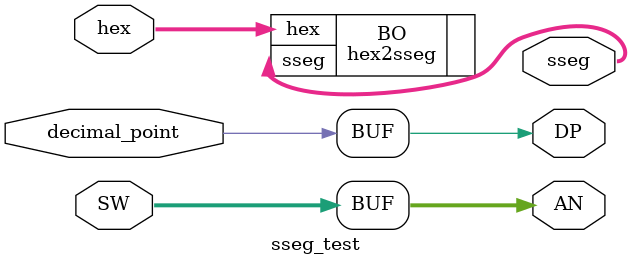
<source format=v>
`timescale 1ns / 1ps


module sseg_test(
    input [3:0] hex,
    input [7:0] SW,
    input decimal_point,
    output DP,
    output [7:0] AN,
    output [6:0] sseg
    );
    
    assign AN = SW;
    assign DP = decimal_point;
    
    hex2sseg BO (
    .hex(hex),
    .sseg(sseg)
    
    );
    
    
endmodule

</source>
